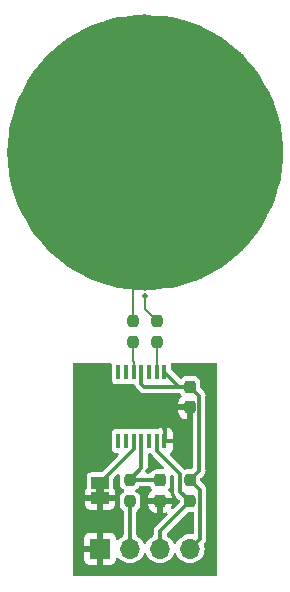
<source format=gbr>
%TF.GenerationSoftware,KiCad,Pcbnew,6.0.2*%
%TF.CreationDate,2022-03-10T12:40:51-05:00*%
%TF.ProjectId,prox-sense-single-mtch105-directional-v0.1-19.05mm-handsolder,70726f78-2d73-4656-9e73-652d73696e67,v0.1*%
%TF.SameCoordinates,Original*%
%TF.FileFunction,Copper,L1,Top*%
%TF.FilePolarity,Positive*%
%FSLAX46Y46*%
G04 Gerber Fmt 4.6, Leading zero omitted, Abs format (unit mm)*
G04 Created by KiCad (PCBNEW 6.0.2) date 2022-03-10 12:40:51*
%MOMM*%
%LPD*%
G01*
G04 APERTURE LIST*
G04 Aperture macros list*
%AMRoundRect*
0 Rectangle with rounded corners*
0 $1 Rounding radius*
0 $2 $3 $4 $5 $6 $7 $8 $9 X,Y pos of 4 corners*
0 Add a 4 corners polygon primitive as box body*
4,1,4,$2,$3,$4,$5,$6,$7,$8,$9,$2,$3,0*
0 Add four circle primitives for the rounded corners*
1,1,$1+$1,$2,$3*
1,1,$1+$1,$4,$5*
1,1,$1+$1,$6,$7*
1,1,$1+$1,$8,$9*
0 Add four rect primitives between the rounded corners*
20,1,$1+$1,$2,$3,$4,$5,0*
20,1,$1+$1,$4,$5,$6,$7,0*
20,1,$1+$1,$6,$7,$8,$9,0*
20,1,$1+$1,$8,$9,$2,$3,0*%
G04 Aperture macros list end*
%TA.AperFunction,EtchedComponent*%
%ADD10C,11.712500*%
%TD*%
%TA.AperFunction,SMDPad,CuDef*%
%ADD11RoundRect,0.237500X0.237500X-0.250000X0.237500X0.250000X-0.237500X0.250000X-0.237500X-0.250000X0*%
%TD*%
%TA.AperFunction,SMDPad,CuDef*%
%ADD12RoundRect,0.237500X-0.237500X0.300000X-0.237500X-0.300000X0.237500X-0.300000X0.237500X0.300000X0*%
%TD*%
%TA.AperFunction,SMDPad,CuDef*%
%ADD13R,0.355600X1.308100*%
%TD*%
%TA.AperFunction,ComponentPad*%
%ADD14R,1.700000X1.700000*%
%TD*%
%TA.AperFunction,ComponentPad*%
%ADD15O,1.700000X1.700000*%
%TD*%
%TA.AperFunction,SMDPad,CuDef*%
%ADD16RoundRect,0.237500X-0.237500X0.250000X-0.237500X-0.250000X0.237500X-0.250000X0.237500X0.250000X0*%
%TD*%
%TA.AperFunction,SMDPad,CuDef*%
%ADD17R,1.500000X1.000000*%
%TD*%
%TA.AperFunction,SMDPad,CuDef*%
%ADD18C,1.000000*%
%TD*%
%TA.AperFunction,ComponentPad*%
%ADD19C,1.000000*%
%TD*%
%TA.AperFunction,ViaPad*%
%ADD20C,0.508000*%
%TD*%
%TA.AperFunction,Conductor*%
%ADD21C,0.152400*%
%TD*%
%TA.AperFunction,Conductor*%
%ADD22C,0.304800*%
%TD*%
G04 APERTURE END LIST*
%TO.C,JP1*%
G36*
X138990000Y-109122500D02*
G01*
X138390000Y-109122500D01*
X138390000Y-108622500D01*
X138990000Y-108622500D01*
X138990000Y-109122500D01*
G37*
%TO.C,U2*%
D10*
X148381243Y-80250004D02*
G75*
G03*
X148381243Y-80250004I-5856250J0D01*
G01*
%TD*%
D11*
%TO.P,R4,1*%
%TO.N,SENSITIVITY*%
X141230000Y-109785000D03*
%TO.P,R4,2*%
%TO.N,Net-(C2-Pad1)*%
X141230000Y-107960000D03*
%TD*%
D12*
%TO.P,C1,1*%
%TO.N,+3V3*%
X146310000Y-100086000D03*
%TO.P,C1,2*%
%TO.N,GND*%
X146310000Y-101811000D03*
%TD*%
D13*
%TO.P,U1,1,VDD*%
%TO.N,+3V3*%
X144150001Y-98856902D03*
%TO.P,U1,2,MTI0*%
%TO.N,Net-(R2-Pad1)*%
X143500000Y-98856902D03*
%TO.P,U1,3,MTI1*%
%TO.N,unconnected-(U1-Pad3)*%
X142849999Y-98856902D03*
%TO.P,U1,4,MTPM*%
%TO.N,+3V3*%
X142200000Y-98856902D03*
%TO.P,U1,5,MTI2/GUARD*%
%TO.N,Net-(R1-Pad1)*%
X141550001Y-98856902D03*
%TO.P,U1,6,MTI3*%
%TO.N,unconnected-(U1-Pad6)*%
X140900000Y-98856902D03*
%TO.P,U1,7,MTI4*%
%TO.N,unconnected-(U1-Pad7)*%
X140250001Y-98856902D03*
%TO.P,U1,8,MTO4*%
%TO.N,unconnected-(U1-Pad8)*%
X140249999Y-104660802D03*
%TO.P,U1,9,MTO3*%
%TO.N,unconnected-(U1-Pad9)*%
X140900000Y-104660802D03*
%TO.P,U1,10,MTO2/GC*%
%TO.N,Net-(JP1-Pad1)*%
X141549999Y-104660802D03*
%TO.P,U1,11,MTSA*%
%TO.N,Net-(C2-Pad1)*%
X142200000Y-104660802D03*
%TO.P,U1,12,MTO1*%
%TO.N,unconnected-(U1-Pad12)*%
X142849999Y-104660802D03*
%TO.P,U1,13,MTO0*%
%TO.N,OUT*%
X143500000Y-104660802D03*
%TO.P,U1,14,VSS*%
%TO.N,GND*%
X144149999Y-104660802D03*
%TD*%
D14*
%TO.P,J1,1,Pin_1*%
%TO.N,GND*%
X138690000Y-113802000D03*
D15*
%TO.P,J1,2,Pin_2*%
%TO.N,SENSITIVITY*%
X141230000Y-113802000D03*
%TO.P,J1,3,Pin_3*%
%TO.N,OUT*%
X143770000Y-113802000D03*
%TO.P,J1,4,Pin_4*%
%TO.N,+3V3*%
X146310000Y-113802000D03*
%TD*%
D11*
%TO.P,R1,1*%
%TO.N,Net-(R1-Pad1)*%
X141500000Y-96323000D03*
%TO.P,R1,2*%
%TO.N,GUARD*%
X141500000Y-94498000D03*
%TD*%
D16*
%TO.P,R3,1*%
%TO.N,+3V3*%
X146310000Y-107960000D03*
%TO.P,R3,2*%
%TO.N,OUT*%
X146310000Y-109785000D03*
%TD*%
D12*
%TO.P,C2,1*%
%TO.N,Net-(C2-Pad1)*%
X143770000Y-108010000D03*
%TO.P,C2,2*%
%TO.N,GND*%
X143770000Y-109735000D03*
%TD*%
D17*
%TO.P,JP1,1,A*%
%TO.N,Net-(JP1-Pad1)*%
X138690000Y-108222500D03*
%TO.P,JP1,2,B*%
%TO.N,GND*%
X138690000Y-109522500D03*
%TD*%
D11*
%TO.P,R2,1*%
%TO.N,Net-(R2-Pad1)*%
X143500000Y-96323000D03*
%TO.P,R2,2*%
%TO.N,SENSE0*%
X143500000Y-94498000D03*
%TD*%
D18*
%TO.P,U2,2,GUARD*%
%TO.N,GUARD*%
X143999994Y-91250005D03*
D19*
X140999994Y-91250005D03*
%TD*%
D20*
%TO.N,SENSE0*%
X142501805Y-92367567D03*
%TO.N,GND*%
X146000000Y-105500000D03*
X142750000Y-101758852D03*
X147750000Y-108000000D03*
X142750000Y-107250000D03*
X137000000Y-99250000D03*
X147750000Y-115250000D03*
X138750000Y-111000000D03*
X146250000Y-111000000D03*
X142750000Y-111000000D03*
X137250000Y-115250000D03*
X137000000Y-105500000D03*
X147750000Y-99250000D03*
%TD*%
D21*
%TO.N,SENSE0*%
X142501805Y-93499805D02*
X143500000Y-94498000D01*
X142501805Y-92367567D02*
X142501805Y-93499805D01*
%TO.N,GUARD*%
X141000000Y-91250000D02*
X141500000Y-91750000D01*
X141500000Y-91750000D02*
X141500000Y-94498000D01*
%TO.N,Net-(R1-Pad1)*%
X141550001Y-97942454D02*
X141500000Y-97892453D01*
X141550001Y-98856902D02*
X141550001Y-97942454D01*
X141500000Y-97892453D02*
X141500000Y-96323000D01*
%TO.N,Net-(R2-Pad1)*%
X143500000Y-98856902D02*
X143500000Y-96323000D01*
D22*
%TO.N,+3V3*%
X146310000Y-100086000D02*
X142430625Y-100086000D01*
X147160000Y-112952000D02*
X147160000Y-108810000D01*
X145379099Y-100086000D02*
X144150001Y-98856902D01*
X146310000Y-100086000D02*
X145379099Y-100086000D01*
X146310000Y-107960000D02*
X147089320Y-107180680D01*
X147089320Y-100865320D02*
X146310000Y-100086000D01*
X142430625Y-100086000D02*
X142200000Y-99855375D01*
X147160000Y-108810000D02*
X146310000Y-107960000D01*
X146310000Y-113802000D02*
X147160000Y-112952000D01*
X147089320Y-107180680D02*
X147089320Y-100865320D01*
X142200000Y-99855375D02*
X142200000Y-98856902D01*
%TO.N,OUT*%
X143770000Y-113802000D02*
X143770000Y-112325000D01*
X143770000Y-112325000D02*
X146310000Y-109785000D01*
X146310000Y-109785000D02*
X145500000Y-108975000D01*
X145500000Y-108975000D02*
X145500000Y-107500000D01*
X145500000Y-107500000D02*
X143500000Y-105500000D01*
X143500000Y-105500000D02*
X143500000Y-104660802D01*
%TO.N,SENSITIVITY*%
X141230000Y-113802000D02*
X141230000Y-109785000D01*
%TO.N,Net-(C2-Pad1)*%
X141230000Y-107960000D02*
X143720000Y-107960000D01*
X142200000Y-104660802D02*
X142200000Y-106990000D01*
X143720000Y-107960000D02*
X143770000Y-108010000D01*
X142200000Y-106990000D02*
X141230000Y-107960000D01*
%TO.N,Net-(JP1-Pad1)*%
X138690000Y-108222500D02*
X141549999Y-105362501D01*
X141549999Y-105362501D02*
X141549999Y-104660802D01*
%TD*%
%TA.AperFunction,Conductor*%
%TO.N,GND*%
G36*
X139632822Y-98070002D02*
G01*
X139679315Y-98123658D01*
X139690701Y-98176000D01*
X139690701Y-99547110D01*
X139701739Y-99622096D01*
X139757714Y-99736103D01*
X139847600Y-99825832D01*
X139961704Y-99881607D01*
X139994485Y-99886389D01*
X140031517Y-99891792D01*
X140031521Y-99891792D01*
X140036043Y-99892452D01*
X140463959Y-99892452D01*
X140468507Y-99891782D01*
X140468514Y-99891782D01*
X140529260Y-99882840D01*
X140529262Y-99882839D01*
X140538945Y-99881414D01*
X140541336Y-99880240D01*
X140608801Y-99880189D01*
X140611703Y-99881607D01*
X140621376Y-99883018D01*
X140621379Y-99883019D01*
X140681516Y-99891792D01*
X140681520Y-99891792D01*
X140686042Y-99892452D01*
X141113958Y-99892452D01*
X141118506Y-99891782D01*
X141118513Y-99891782D01*
X141179259Y-99882840D01*
X141179261Y-99882839D01*
X141188944Y-99881414D01*
X141191335Y-99880240D01*
X141258798Y-99880187D01*
X141261704Y-99881607D01*
X141271381Y-99883019D01*
X141271382Y-99883019D01*
X141331517Y-99891792D01*
X141331521Y-99891792D01*
X141336043Y-99892452D01*
X141556391Y-99892452D01*
X141624512Y-99912454D01*
X141671005Y-99966110D01*
X141677749Y-99984566D01*
X141679766Y-99991791D01*
X141680932Y-100000301D01*
X141684344Y-100008185D01*
X141684345Y-100008189D01*
X141686587Y-100013370D01*
X141693619Y-100034633D01*
X141694910Y-100040136D01*
X141694913Y-100040143D01*
X141696874Y-100048506D01*
X141701011Y-100056032D01*
X141701014Y-100056039D01*
X141717122Y-100085340D01*
X141722343Y-100095997D01*
X141739027Y-100134550D01*
X141747996Y-100145626D01*
X141760481Y-100164208D01*
X141767345Y-100176693D01*
X141774135Y-100184559D01*
X141797793Y-100208217D01*
X141806618Y-100218018D01*
X141831084Y-100248231D01*
X141838085Y-100253206D01*
X141838088Y-100253209D01*
X141845700Y-100258618D01*
X141861807Y-100272230D01*
X142042741Y-100453164D01*
X142046394Y-100456973D01*
X142087104Y-100501245D01*
X142094404Y-100505771D01*
X142094405Y-100505772D01*
X142122816Y-100523388D01*
X142132599Y-100530111D01*
X142166067Y-100555515D01*
X142174049Y-100558675D01*
X142174050Y-100558676D01*
X142176521Y-100559654D01*
X142179314Y-100560760D01*
X142199318Y-100570821D01*
X142211426Y-100578328D01*
X142219675Y-100580725D01*
X142219676Y-100580725D01*
X142251773Y-100590050D01*
X142263002Y-100593895D01*
X142294086Y-100606202D01*
X142294090Y-100606203D01*
X142302074Y-100609364D01*
X142310612Y-100610261D01*
X142310615Y-100610262D01*
X142316241Y-100610853D01*
X142338220Y-100615165D01*
X142345564Y-100617299D01*
X142345566Y-100617299D01*
X142351898Y-100619139D01*
X142358819Y-100619647D01*
X142359954Y-100619731D01*
X142359965Y-100619731D01*
X142362261Y-100619900D01*
X142395715Y-100619900D01*
X142408885Y-100620590D01*
X142439008Y-100623756D01*
X142439009Y-100623756D01*
X142447553Y-100624654D01*
X142456025Y-100623221D01*
X142456027Y-100623221D01*
X142465225Y-100621665D01*
X142486238Y-100619900D01*
X145344189Y-100619900D01*
X145357359Y-100620590D01*
X145387482Y-100623756D01*
X145387483Y-100623756D01*
X145396027Y-100624654D01*
X145404501Y-100623221D01*
X145413079Y-100622951D01*
X145413159Y-100625499D01*
X145470652Y-100632315D01*
X145525443Y-100677464D01*
X145529620Y-100684052D01*
X145556145Y-100728904D01*
X145579506Y-100768405D01*
X145585112Y-100774011D01*
X145589968Y-100780271D01*
X145587649Y-100782070D01*
X145615033Y-100832218D01*
X145609968Y-100903033D01*
X145581085Y-100948018D01*
X145488641Y-101040624D01*
X145479625Y-101052040D01*
X145396088Y-101187563D01*
X145389944Y-101200741D01*
X145339685Y-101352266D01*
X145336819Y-101365632D01*
X145327328Y-101458270D01*
X145327000Y-101464685D01*
X145327000Y-101538885D01*
X145331475Y-101554124D01*
X145332865Y-101555329D01*
X145340548Y-101557000D01*
X146429420Y-101557000D01*
X146497541Y-101577002D01*
X146544034Y-101630658D01*
X146555420Y-101683000D01*
X146555420Y-106907341D01*
X146535418Y-106975462D01*
X146518515Y-106996436D01*
X146460856Y-107054095D01*
X146398544Y-107088121D01*
X146371761Y-107091000D01*
X146028718Y-107091001D01*
X146009982Y-107091001D01*
X145999496Y-107091826D01*
X145981314Y-107093256D01*
X145981312Y-107093256D01*
X145974897Y-107093761D01*
X145948752Y-107101357D01*
X145877756Y-107101154D01*
X145824504Y-107069455D01*
X144646051Y-105891002D01*
X144612025Y-105828690D01*
X144617090Y-105757875D01*
X144659580Y-105701081D01*
X144683525Y-105683135D01*
X144696084Y-105670576D01*
X144772585Y-105568501D01*
X144781123Y-105552906D01*
X144826277Y-105432458D01*
X144829904Y-105417203D01*
X144835430Y-105366338D01*
X144835799Y-105359524D01*
X144835799Y-104856717D01*
X144831324Y-104841478D01*
X144829934Y-104840273D01*
X144822251Y-104838602D01*
X144185300Y-104838602D01*
X144117179Y-104818600D01*
X144070686Y-104764944D01*
X144059300Y-104712602D01*
X144059300Y-104464887D01*
X144327799Y-104464887D01*
X144332274Y-104480126D01*
X144333664Y-104481331D01*
X144341347Y-104483002D01*
X144817683Y-104483002D01*
X144832922Y-104478527D01*
X144834127Y-104477137D01*
X144835798Y-104469454D01*
X144835798Y-103962083D01*
X144835428Y-103955262D01*
X144829904Y-103904400D01*
X144826278Y-103889148D01*
X144781123Y-103768698D01*
X144772585Y-103753103D01*
X144696084Y-103651028D01*
X144683523Y-103638467D01*
X144581448Y-103561966D01*
X144565853Y-103553428D01*
X144445405Y-103508274D01*
X144430150Y-103504647D01*
X144379285Y-103499121D01*
X144372471Y-103498752D01*
X144345914Y-103498752D01*
X144330675Y-103503227D01*
X144329470Y-103504617D01*
X144327799Y-103512300D01*
X144327799Y-104464887D01*
X144059300Y-104464887D01*
X144059300Y-103970594D01*
X144058048Y-103962083D01*
X144049688Y-103905293D01*
X144049687Y-103905291D01*
X144048262Y-103895608D01*
X143992287Y-103781601D01*
X143993121Y-103781191D01*
X143972199Y-103716026D01*
X143972199Y-103516868D01*
X143967724Y-103501629D01*
X143966334Y-103500424D01*
X143958651Y-103498753D01*
X143927530Y-103498753D01*
X143920709Y-103499123D01*
X143869847Y-103504647D01*
X143854595Y-103508273D01*
X143734145Y-103553428D01*
X143718551Y-103561966D01*
X143667698Y-103600078D01*
X143601192Y-103624926D01*
X143592133Y-103625252D01*
X143286042Y-103625252D01*
X143281494Y-103625922D01*
X143281487Y-103625922D01*
X143220741Y-103634864D01*
X143220739Y-103634865D01*
X143211056Y-103636290D01*
X143208665Y-103637464D01*
X143141202Y-103637517D01*
X143138296Y-103636097D01*
X143128619Y-103634685D01*
X143128618Y-103634685D01*
X143068483Y-103625912D01*
X143068479Y-103625912D01*
X143063957Y-103625252D01*
X142636041Y-103625252D01*
X142631493Y-103625922D01*
X142631486Y-103625922D01*
X142570740Y-103634864D01*
X142570738Y-103634865D01*
X142561055Y-103636290D01*
X142558664Y-103637464D01*
X142491199Y-103637515D01*
X142488297Y-103636097D01*
X142478624Y-103634686D01*
X142478621Y-103634685D01*
X142418484Y-103625912D01*
X142418480Y-103625912D01*
X142413958Y-103625252D01*
X141986042Y-103625252D01*
X141981494Y-103625922D01*
X141981487Y-103625922D01*
X141920741Y-103634864D01*
X141920739Y-103634865D01*
X141911056Y-103636290D01*
X141908665Y-103637464D01*
X141841202Y-103637517D01*
X141838296Y-103636097D01*
X141828619Y-103634685D01*
X141828618Y-103634685D01*
X141768483Y-103625912D01*
X141768479Y-103625912D01*
X141763957Y-103625252D01*
X141336041Y-103625252D01*
X141331493Y-103625922D01*
X141331486Y-103625922D01*
X141270740Y-103634864D01*
X141270738Y-103634865D01*
X141261055Y-103636290D01*
X141258664Y-103637464D01*
X141191199Y-103637515D01*
X141188297Y-103636097D01*
X141178624Y-103634686D01*
X141178621Y-103634685D01*
X141118484Y-103625912D01*
X141118480Y-103625912D01*
X141113958Y-103625252D01*
X140686042Y-103625252D01*
X140681494Y-103625922D01*
X140681487Y-103625922D01*
X140620741Y-103634864D01*
X140620739Y-103634865D01*
X140611056Y-103636290D01*
X140608665Y-103637464D01*
X140541202Y-103637517D01*
X140538296Y-103636097D01*
X140528619Y-103634685D01*
X140528618Y-103634685D01*
X140468483Y-103625912D01*
X140468479Y-103625912D01*
X140463957Y-103625252D01*
X140036041Y-103625252D01*
X140031493Y-103625922D01*
X140031486Y-103625922D01*
X139970740Y-103634864D01*
X139970738Y-103634865D01*
X139961055Y-103636290D01*
X139952267Y-103640605D01*
X139952266Y-103640605D01*
X139856396Y-103687675D01*
X139856395Y-103687676D01*
X139847048Y-103692265D01*
X139839691Y-103699635D01*
X139770749Y-103768698D01*
X139757319Y-103782151D01*
X139701544Y-103896255D01*
X139700132Y-103905935D01*
X139691364Y-103966039D01*
X139690699Y-103970594D01*
X139690699Y-105351010D01*
X139701737Y-105425996D01*
X139757712Y-105540003D01*
X139847598Y-105629732D01*
X139961702Y-105685507D01*
X139994483Y-105690289D01*
X140031515Y-105695692D01*
X140031519Y-105695692D01*
X140036041Y-105696352D01*
X140156909Y-105696352D01*
X140225030Y-105716354D01*
X140271523Y-105770010D01*
X140281627Y-105840284D01*
X140252133Y-105904864D01*
X140246004Y-105911447D01*
X138853357Y-107304095D01*
X138791045Y-107338120D01*
X138764262Y-107341000D01*
X137903842Y-107341000D01*
X137899294Y-107341670D01*
X137899287Y-107341670D01*
X137838541Y-107350612D01*
X137838539Y-107350613D01*
X137828856Y-107352038D01*
X137820068Y-107356353D01*
X137820067Y-107356353D01*
X137724197Y-107403423D01*
X137724196Y-107403424D01*
X137714849Y-107408013D01*
X137707492Y-107415383D01*
X137634514Y-107488489D01*
X137625120Y-107497899D01*
X137569345Y-107612003D01*
X137558500Y-107686342D01*
X137558500Y-108642434D01*
X137538498Y-108710555D01*
X137533326Y-108717999D01*
X137495214Y-108768852D01*
X137486676Y-108784446D01*
X137441522Y-108904894D01*
X137437895Y-108920149D01*
X137432369Y-108971014D01*
X137432000Y-108977828D01*
X137432000Y-109250385D01*
X137436475Y-109265624D01*
X137437865Y-109266829D01*
X137445548Y-109268500D01*
X139929884Y-109268500D01*
X139945123Y-109264025D01*
X139946328Y-109262635D01*
X139947999Y-109254952D01*
X139947999Y-108977831D01*
X139947629Y-108971010D01*
X139942105Y-108920148D01*
X139938479Y-108904896D01*
X139893324Y-108784446D01*
X139884786Y-108768852D01*
X139846674Y-108717999D01*
X139821826Y-108651493D01*
X139821500Y-108642434D01*
X139821500Y-107898239D01*
X139841502Y-107830118D01*
X139858405Y-107809144D01*
X140163212Y-107504337D01*
X140225524Y-107470311D01*
X140296339Y-107475376D01*
X140353175Y-107517923D01*
X140377986Y-107584443D01*
X140376504Y-107611560D01*
X140376261Y-107612397D01*
X140375756Y-107618814D01*
X140373693Y-107645022D01*
X140373692Y-107645035D01*
X140373500Y-107647481D01*
X140373501Y-108272518D01*
X140376261Y-108307603D01*
X140419895Y-108457789D01*
X140423929Y-108464610D01*
X140492198Y-108580047D01*
X140499506Y-108592405D01*
X140610095Y-108702994D01*
X140616915Y-108707028D01*
X140616916Y-108707028D01*
X140713329Y-108764046D01*
X140761782Y-108815939D01*
X140774487Y-108885789D01*
X140747412Y-108951421D01*
X140713329Y-108980954D01*
X140610095Y-109042006D01*
X140499506Y-109152595D01*
X140419895Y-109287211D01*
X140417684Y-109294821D01*
X140389493Y-109391854D01*
X140376261Y-109437397D01*
X140375756Y-109443816D01*
X140373693Y-109470022D01*
X140373692Y-109470035D01*
X140373500Y-109472481D01*
X140373501Y-110097518D01*
X140376261Y-110132603D01*
X140419895Y-110282789D01*
X140499506Y-110417405D01*
X140610095Y-110527994D01*
X140616913Y-110532026D01*
X140616918Y-110532030D01*
X140634240Y-110542274D01*
X140682692Y-110594167D01*
X140696100Y-110650727D01*
X140696100Y-112611881D01*
X140676098Y-112680002D01*
X140623349Y-112726076D01*
X140616889Y-112729088D01*
X140616886Y-112729090D01*
X140611898Y-112731416D01*
X140607391Y-112734572D01*
X140607389Y-112734573D01*
X140439894Y-112851854D01*
X140439891Y-112851856D01*
X140435383Y-112855013D01*
X140283013Y-113007383D01*
X140279853Y-113011896D01*
X140277213Y-113015666D01*
X140221757Y-113059995D01*
X140151138Y-113067306D01*
X140087777Y-113035276D01*
X140051791Y-112974075D01*
X140047999Y-112943397D01*
X140047999Y-112907331D01*
X140047629Y-112900510D01*
X140042105Y-112849648D01*
X140038479Y-112834396D01*
X139993324Y-112713946D01*
X139984786Y-112698351D01*
X139908285Y-112596276D01*
X139895724Y-112583715D01*
X139793649Y-112507214D01*
X139778054Y-112498676D01*
X139657606Y-112453522D01*
X139642351Y-112449895D01*
X139591486Y-112444369D01*
X139584672Y-112444000D01*
X138962115Y-112444000D01*
X138946876Y-112448475D01*
X138945671Y-112449865D01*
X138944000Y-112457548D01*
X138944000Y-115141884D01*
X138948475Y-115157123D01*
X138949865Y-115158328D01*
X138957548Y-115159999D01*
X139584669Y-115159999D01*
X139591490Y-115159629D01*
X139642352Y-115154105D01*
X139657604Y-115150479D01*
X139778054Y-115105324D01*
X139793649Y-115096786D01*
X139895724Y-115020285D01*
X139908285Y-115007724D01*
X139984786Y-114905649D01*
X139993324Y-114890054D01*
X140038478Y-114769606D01*
X140042105Y-114754351D01*
X140047631Y-114703486D01*
X140048000Y-114696672D01*
X140048000Y-114660605D01*
X140068002Y-114592484D01*
X140121658Y-114545991D01*
X140191932Y-114535887D01*
X140256512Y-114565381D01*
X140277212Y-114588333D01*
X140283013Y-114596617D01*
X140435383Y-114748987D01*
X140439891Y-114752144D01*
X140439894Y-114752146D01*
X140443045Y-114754352D01*
X140611898Y-114872584D01*
X140616880Y-114874907D01*
X140616885Y-114874910D01*
X140802211Y-114961329D01*
X140807193Y-114963652D01*
X140812501Y-114965074D01*
X140812503Y-114965075D01*
X141010020Y-115017999D01*
X141010022Y-115017999D01*
X141015335Y-115019423D01*
X141230000Y-115038204D01*
X141444665Y-115019423D01*
X141449978Y-115017999D01*
X141449980Y-115017999D01*
X141647497Y-114965075D01*
X141647499Y-114965074D01*
X141652807Y-114963652D01*
X141657789Y-114961329D01*
X141843115Y-114874910D01*
X141843120Y-114874907D01*
X141848102Y-114872584D01*
X142016955Y-114754352D01*
X142020106Y-114752146D01*
X142020109Y-114752144D01*
X142024617Y-114748987D01*
X142176987Y-114596617D01*
X142300584Y-114420102D01*
X142302907Y-114415120D01*
X142302910Y-114415115D01*
X142385805Y-114237346D01*
X142432723Y-114184061D01*
X142501000Y-114164600D01*
X142568960Y-114185142D01*
X142614195Y-114237346D01*
X142697090Y-114415115D01*
X142697093Y-114415120D01*
X142699416Y-114420102D01*
X142823013Y-114596617D01*
X142975383Y-114748987D01*
X142979891Y-114752144D01*
X142979894Y-114752146D01*
X142983045Y-114754352D01*
X143151898Y-114872584D01*
X143156880Y-114874907D01*
X143156885Y-114874910D01*
X143342211Y-114961329D01*
X143347193Y-114963652D01*
X143352501Y-114965074D01*
X143352503Y-114965075D01*
X143550020Y-115017999D01*
X143550022Y-115017999D01*
X143555335Y-115019423D01*
X143770000Y-115038204D01*
X143984665Y-115019423D01*
X143989978Y-115017999D01*
X143989980Y-115017999D01*
X144187497Y-114965075D01*
X144187499Y-114965074D01*
X144192807Y-114963652D01*
X144197789Y-114961329D01*
X144383115Y-114874910D01*
X144383120Y-114874907D01*
X144388102Y-114872584D01*
X144556955Y-114754352D01*
X144560106Y-114752146D01*
X144560109Y-114752144D01*
X144564617Y-114748987D01*
X144716987Y-114596617D01*
X144840584Y-114420102D01*
X144842907Y-114415120D01*
X144842910Y-114415115D01*
X144925805Y-114237346D01*
X144972723Y-114184061D01*
X145041000Y-114164600D01*
X145108960Y-114185142D01*
X145154195Y-114237346D01*
X145237090Y-114415115D01*
X145237093Y-114415120D01*
X145239416Y-114420102D01*
X145363013Y-114596617D01*
X145515383Y-114748987D01*
X145519891Y-114752144D01*
X145519894Y-114752146D01*
X145523045Y-114754352D01*
X145691898Y-114872584D01*
X145696880Y-114874907D01*
X145696885Y-114874910D01*
X145882211Y-114961329D01*
X145887193Y-114963652D01*
X145892501Y-114965074D01*
X145892503Y-114965075D01*
X146090020Y-115017999D01*
X146090022Y-115017999D01*
X146095335Y-115019423D01*
X146310000Y-115038204D01*
X146524665Y-115019423D01*
X146529978Y-115017999D01*
X146529980Y-115017999D01*
X146727497Y-114965075D01*
X146727499Y-114965074D01*
X146732807Y-114963652D01*
X146737789Y-114961329D01*
X146923115Y-114874910D01*
X146923120Y-114874907D01*
X146928102Y-114872584D01*
X147096955Y-114754352D01*
X147100106Y-114752146D01*
X147100109Y-114752144D01*
X147104617Y-114748987D01*
X147256987Y-114596617D01*
X147380584Y-114420102D01*
X147382907Y-114415120D01*
X147382910Y-114415115D01*
X147469329Y-114229789D01*
X147469330Y-114229787D01*
X147471652Y-114224807D01*
X147512030Y-114074115D01*
X147525999Y-114021980D01*
X147525999Y-114021978D01*
X147527423Y-114016665D01*
X147546204Y-113802000D01*
X147527423Y-113587335D01*
X147516883Y-113548000D01*
X147493904Y-113462239D01*
X147495594Y-113391262D01*
X147526516Y-113340533D01*
X147527175Y-113339874D01*
X147530984Y-113336221D01*
X147568918Y-113301339D01*
X147575245Y-113295521D01*
X147597393Y-113259800D01*
X147604097Y-113250045D01*
X147629515Y-113216558D01*
X147634760Y-113203311D01*
X147644822Y-113183305D01*
X147647801Y-113178500D01*
X147652328Y-113171199D01*
X147664055Y-113130837D01*
X147667893Y-113119627D01*
X147683364Y-113080550D01*
X147684262Y-113072008D01*
X147684264Y-113071999D01*
X147684854Y-113066383D01*
X147689165Y-113044405D01*
X147691299Y-113037061D01*
X147691299Y-113037059D01*
X147693139Y-113030727D01*
X147693900Y-113020364D01*
X147693900Y-112986909D01*
X147694590Y-112973739D01*
X147697756Y-112943616D01*
X147698654Y-112935072D01*
X147695665Y-112917400D01*
X147693900Y-112896387D01*
X147693900Y-108824634D01*
X147694011Y-108819357D01*
X147696169Y-108767868D01*
X147696529Y-108759284D01*
X147691803Y-108739135D01*
X147686932Y-108718366D01*
X147684769Y-108706694D01*
X147680234Y-108673584D01*
X147680233Y-108673581D01*
X147679068Y-108665074D01*
X147675657Y-108657192D01*
X147675656Y-108657188D01*
X147673412Y-108652002D01*
X147666379Y-108630739D01*
X147663126Y-108616869D01*
X147642876Y-108580035D01*
X147637660Y-108569387D01*
X147632641Y-108557789D01*
X147620973Y-108530825D01*
X147612010Y-108519756D01*
X147599517Y-108501164D01*
X147595842Y-108494478D01*
X147595836Y-108494469D01*
X147592655Y-108488683D01*
X147588341Y-108483686D01*
X147588338Y-108483681D01*
X147587890Y-108483163D01*
X147585865Y-108480817D01*
X147562211Y-108457163D01*
X147553386Y-108447362D01*
X147534324Y-108423822D01*
X147534323Y-108423821D01*
X147528916Y-108417144D01*
X147521914Y-108412168D01*
X147521912Y-108412166D01*
X147514300Y-108406757D01*
X147498194Y-108393146D01*
X147203405Y-108098357D01*
X147169379Y-108036045D01*
X147166500Y-108009263D01*
X147166499Y-107910740D01*
X147186500Y-107842619D01*
X147203404Y-107821644D01*
X147456483Y-107568565D01*
X147460292Y-107564912D01*
X147498242Y-107530015D01*
X147504565Y-107524201D01*
X147509092Y-107516900D01*
X147526708Y-107488489D01*
X147533431Y-107478706D01*
X147539803Y-107470311D01*
X147558835Y-107445238D01*
X147564080Y-107431991D01*
X147574142Y-107411985D01*
X147581648Y-107399879D01*
X147593370Y-107359532D01*
X147597215Y-107348303D01*
X147609522Y-107317219D01*
X147609523Y-107317215D01*
X147612684Y-107309231D01*
X147614173Y-107295064D01*
X147618485Y-107273085D01*
X147620619Y-107265741D01*
X147620619Y-107265739D01*
X147622459Y-107259407D01*
X147623220Y-107249044D01*
X147623220Y-107215590D01*
X147623910Y-107202420D01*
X147627076Y-107172297D01*
X147627076Y-107172296D01*
X147627974Y-107163752D01*
X147624985Y-107146080D01*
X147623220Y-107125067D01*
X147623220Y-100879954D01*
X147623331Y-100874677D01*
X147625489Y-100823188D01*
X147625849Y-100814604D01*
X147617796Y-100780271D01*
X147616252Y-100773686D01*
X147614089Y-100762014D01*
X147609554Y-100728904D01*
X147609553Y-100728901D01*
X147608388Y-100720394D01*
X147604977Y-100712512D01*
X147604976Y-100712508D01*
X147602732Y-100707322D01*
X147595699Y-100686059D01*
X147592446Y-100672189D01*
X147588310Y-100664666D01*
X147588308Y-100664660D01*
X147572198Y-100635355D01*
X147566977Y-100624698D01*
X147553706Y-100594031D01*
X147553705Y-100594029D01*
X147550293Y-100586145D01*
X147541324Y-100575069D01*
X147528839Y-100556487D01*
X147525156Y-100549788D01*
X147521975Y-100544002D01*
X147515185Y-100536136D01*
X147491527Y-100512478D01*
X147482702Y-100502677D01*
X147463643Y-100479141D01*
X147458236Y-100472464D01*
X147451234Y-100467488D01*
X147451232Y-100467486D01*
X147443621Y-100462077D01*
X147427515Y-100448466D01*
X147203405Y-100224356D01*
X147169379Y-100162044D01*
X147166500Y-100135261D01*
X147166499Y-99725956D01*
X147166499Y-99723482D01*
X147163739Y-99688397D01*
X147120105Y-99538211D01*
X147040494Y-99403595D01*
X146929905Y-99293006D01*
X146795289Y-99213395D01*
X146787679Y-99211184D01*
X146651286Y-99171557D01*
X146651283Y-99171556D01*
X146645103Y-99169761D01*
X146632625Y-99168779D01*
X146612478Y-99167193D01*
X146612465Y-99167192D01*
X146610019Y-99167000D01*
X146310183Y-99167000D01*
X146009982Y-99167001D01*
X146002331Y-99167603D01*
X145981312Y-99169256D01*
X145981309Y-99169257D01*
X145974897Y-99169761D01*
X145824711Y-99213395D01*
X145690095Y-99293006D01*
X145604720Y-99378381D01*
X145542408Y-99412407D01*
X145471593Y-99407342D01*
X145426530Y-99378382D01*
X144746206Y-98698059D01*
X144712181Y-98635746D01*
X144709301Y-98608963D01*
X144709301Y-98176000D01*
X144729303Y-98107879D01*
X144782959Y-98061386D01*
X144835301Y-98050000D01*
X148493000Y-98050000D01*
X148561121Y-98070002D01*
X148607614Y-98123658D01*
X148619000Y-98176000D01*
X148619000Y-115993000D01*
X148598998Y-116061121D01*
X148545342Y-116107614D01*
X148493000Y-116119000D01*
X136507000Y-116119000D01*
X136438879Y-116098998D01*
X136392386Y-116045342D01*
X136381000Y-115993000D01*
X136381000Y-114696669D01*
X137332001Y-114696669D01*
X137332371Y-114703490D01*
X137337895Y-114754352D01*
X137341521Y-114769604D01*
X137386676Y-114890054D01*
X137395214Y-114905649D01*
X137471715Y-115007724D01*
X137484276Y-115020285D01*
X137586351Y-115096786D01*
X137601946Y-115105324D01*
X137722394Y-115150478D01*
X137737649Y-115154105D01*
X137788514Y-115159631D01*
X137795328Y-115160000D01*
X138417885Y-115160000D01*
X138433124Y-115155525D01*
X138434329Y-115154135D01*
X138436000Y-115146452D01*
X138436000Y-114074115D01*
X138431525Y-114058876D01*
X138430135Y-114057671D01*
X138422452Y-114056000D01*
X137350116Y-114056000D01*
X137334877Y-114060475D01*
X137333672Y-114061865D01*
X137332001Y-114069548D01*
X137332001Y-114696669D01*
X136381000Y-114696669D01*
X136381000Y-113529885D01*
X137332000Y-113529885D01*
X137336475Y-113545124D01*
X137337865Y-113546329D01*
X137345548Y-113548000D01*
X138417885Y-113548000D01*
X138433124Y-113543525D01*
X138434329Y-113542135D01*
X138436000Y-113534452D01*
X138436000Y-112462116D01*
X138431525Y-112446877D01*
X138430135Y-112445672D01*
X138422452Y-112444001D01*
X137795331Y-112444001D01*
X137788510Y-112444371D01*
X137737648Y-112449895D01*
X137722396Y-112453521D01*
X137601946Y-112498676D01*
X137586351Y-112507214D01*
X137484276Y-112583715D01*
X137471715Y-112596276D01*
X137395214Y-112698351D01*
X137386676Y-112713946D01*
X137341522Y-112834394D01*
X137337895Y-112849649D01*
X137332369Y-112900514D01*
X137332000Y-112907328D01*
X137332000Y-113529885D01*
X136381000Y-113529885D01*
X136381000Y-110067169D01*
X137432001Y-110067169D01*
X137432371Y-110073990D01*
X137437895Y-110124852D01*
X137441521Y-110140104D01*
X137486676Y-110260554D01*
X137495214Y-110276149D01*
X137571715Y-110378224D01*
X137584276Y-110390785D01*
X137686351Y-110467286D01*
X137701946Y-110475824D01*
X137822394Y-110520978D01*
X137837649Y-110524605D01*
X137888514Y-110530131D01*
X137895328Y-110530500D01*
X138417885Y-110530500D01*
X138433124Y-110526025D01*
X138434329Y-110524635D01*
X138436000Y-110516952D01*
X138436000Y-110512384D01*
X138944000Y-110512384D01*
X138948475Y-110527623D01*
X138949865Y-110528828D01*
X138957548Y-110530499D01*
X139484669Y-110530499D01*
X139491490Y-110530129D01*
X139542352Y-110524605D01*
X139557604Y-110520979D01*
X139678054Y-110475824D01*
X139693649Y-110467286D01*
X139795724Y-110390785D01*
X139808285Y-110378224D01*
X139884786Y-110276149D01*
X139893324Y-110260554D01*
X139938478Y-110140106D01*
X139942105Y-110124851D01*
X139947631Y-110073986D01*
X139948000Y-110067172D01*
X139948000Y-109794615D01*
X139943525Y-109779376D01*
X139942135Y-109778171D01*
X139934452Y-109776500D01*
X138962115Y-109776500D01*
X138946876Y-109780975D01*
X138945671Y-109782365D01*
X138944000Y-109790048D01*
X138944000Y-110512384D01*
X138436000Y-110512384D01*
X138436000Y-109794615D01*
X138431525Y-109779376D01*
X138430135Y-109778171D01*
X138422452Y-109776500D01*
X137450116Y-109776500D01*
X137434877Y-109780975D01*
X137433672Y-109782365D01*
X137432001Y-109790048D01*
X137432001Y-110067169D01*
X136381000Y-110067169D01*
X136381000Y-102157266D01*
X145327000Y-102157266D01*
X145327337Y-102163782D01*
X145337075Y-102257632D01*
X145339968Y-102271028D01*
X145390488Y-102422453D01*
X145396653Y-102435615D01*
X145480426Y-102570992D01*
X145489460Y-102582390D01*
X145602129Y-102694863D01*
X145613540Y-102703875D01*
X145749063Y-102787412D01*
X145762241Y-102793556D01*
X145913766Y-102843815D01*
X145927132Y-102846681D01*
X146019770Y-102856172D01*
X146026185Y-102856500D01*
X146037885Y-102856500D01*
X146053124Y-102852025D01*
X146054329Y-102850635D01*
X146056000Y-102842952D01*
X146056000Y-102083115D01*
X146051525Y-102067876D01*
X146050135Y-102066671D01*
X146042452Y-102065000D01*
X145345115Y-102065000D01*
X145329876Y-102069475D01*
X145328671Y-102070865D01*
X145327000Y-102078548D01*
X145327000Y-102157266D01*
X136381000Y-102157266D01*
X136381000Y-98176000D01*
X136401002Y-98107879D01*
X136454658Y-98061386D01*
X136507000Y-98050000D01*
X139564701Y-98050000D01*
X139632822Y-98070002D01*
G37*
%TD.AperFunction*%
%TA.AperFunction,Conductor*%
G36*
X144835011Y-107590512D02*
G01*
X144841594Y-107596642D01*
X144929195Y-107684243D01*
X144963221Y-107746555D01*
X144966100Y-107773338D01*
X144966100Y-108960366D01*
X144965989Y-108965643D01*
X144963471Y-109025717D01*
X144973068Y-109066632D01*
X144975231Y-109078306D01*
X144977239Y-109092962D01*
X144980932Y-109119926D01*
X144984343Y-109127809D01*
X144984344Y-109127811D01*
X144986587Y-109132995D01*
X144993619Y-109154258D01*
X144994910Y-109159761D01*
X144994913Y-109159768D01*
X144996874Y-109168131D01*
X145001011Y-109175657D01*
X145001014Y-109175664D01*
X145017122Y-109204965D01*
X145022343Y-109215622D01*
X145039027Y-109254175D01*
X145047996Y-109265251D01*
X145060481Y-109283833D01*
X145067345Y-109296318D01*
X145074135Y-109304184D01*
X145097793Y-109327842D01*
X145106618Y-109337643D01*
X145131084Y-109367856D01*
X145138086Y-109372832D01*
X145138088Y-109372834D01*
X145145699Y-109378243D01*
X145161805Y-109391854D01*
X145416595Y-109646644D01*
X145450621Y-109708956D01*
X145453500Y-109735738D01*
X145453501Y-109834260D01*
X145433500Y-109902381D01*
X145416596Y-109923356D01*
X144915030Y-110424922D01*
X144852718Y-110458948D01*
X144781903Y-110453883D01*
X144725067Y-110411336D01*
X144700256Y-110344816D01*
X144706342Y-110296160D01*
X144740315Y-110193734D01*
X144743181Y-110180368D01*
X144752672Y-110087730D01*
X144753000Y-110081315D01*
X144753000Y-110007115D01*
X144748525Y-109991876D01*
X144747135Y-109990671D01*
X144739452Y-109989000D01*
X144042115Y-109989000D01*
X144026876Y-109993475D01*
X144025671Y-109994865D01*
X144024000Y-110002548D01*
X144024000Y-110762385D01*
X144028475Y-110777624D01*
X144029865Y-110778829D01*
X144037548Y-110780500D01*
X144053766Y-110780500D01*
X144060282Y-110780163D01*
X144154132Y-110770425D01*
X144167528Y-110767532D01*
X144268526Y-110733836D01*
X144339475Y-110731252D01*
X144400559Y-110767435D01*
X144432384Y-110830899D01*
X144424845Y-110901495D01*
X144397497Y-110942455D01*
X143402837Y-111937115D01*
X143399028Y-111940768D01*
X143354755Y-111981479D01*
X143350229Y-111988779D01*
X143350228Y-111988780D01*
X143332612Y-112017191D01*
X143325889Y-112026974D01*
X143300485Y-112060442D01*
X143297325Y-112068424D01*
X143297324Y-112068425D01*
X143295241Y-112073687D01*
X143285179Y-112093693D01*
X143277672Y-112105801D01*
X143275275Y-112114050D01*
X143275275Y-112114051D01*
X143265950Y-112146148D01*
X143262105Y-112157377D01*
X143249798Y-112188461D01*
X143249797Y-112188465D01*
X143246636Y-112196449D01*
X143245739Y-112204987D01*
X143245738Y-112204990D01*
X143245147Y-112210616D01*
X143240835Y-112232594D01*
X143236861Y-112246273D01*
X143236100Y-112256636D01*
X143236100Y-112290090D01*
X143235410Y-112303260D01*
X143231346Y-112341928D01*
X143232779Y-112350400D01*
X143232779Y-112350402D01*
X143234335Y-112359600D01*
X143236100Y-112380613D01*
X143236100Y-112611881D01*
X143216098Y-112680002D01*
X143163349Y-112726076D01*
X143156889Y-112729088D01*
X143156886Y-112729090D01*
X143151898Y-112731416D01*
X143147391Y-112734572D01*
X143147389Y-112734573D01*
X142979894Y-112851854D01*
X142979891Y-112851856D01*
X142975383Y-112855013D01*
X142823013Y-113007383D01*
X142819856Y-113011891D01*
X142819854Y-113011894D01*
X142702573Y-113179389D01*
X142699416Y-113183898D01*
X142697093Y-113188880D01*
X142697090Y-113188885D01*
X142614195Y-113366654D01*
X142567277Y-113419939D01*
X142499000Y-113439400D01*
X142431040Y-113418858D01*
X142385805Y-113366654D01*
X142302910Y-113188885D01*
X142302907Y-113188880D01*
X142300584Y-113183898D01*
X142297427Y-113179389D01*
X142180146Y-113011894D01*
X142180144Y-113011891D01*
X142176987Y-113007383D01*
X142024617Y-112855013D01*
X142020109Y-112851856D01*
X142020106Y-112851854D01*
X141852611Y-112734573D01*
X141852609Y-112734572D01*
X141848102Y-112731416D01*
X141843114Y-112729090D01*
X141843111Y-112729088D01*
X141836651Y-112726076D01*
X141783366Y-112679160D01*
X141763900Y-112611881D01*
X141763900Y-110650727D01*
X141783902Y-110582606D01*
X141825760Y-110542274D01*
X141843082Y-110532030D01*
X141843087Y-110532026D01*
X141849905Y-110527994D01*
X141960494Y-110417405D01*
X142040105Y-110282789D01*
X142046565Y-110260554D01*
X142081943Y-110138786D01*
X142081944Y-110138781D01*
X142083739Y-110132603D01*
X142084721Y-110120125D01*
X142086307Y-110099978D01*
X142086308Y-110099965D01*
X142086500Y-110097519D01*
X142086500Y-110081266D01*
X142787000Y-110081266D01*
X142787337Y-110087782D01*
X142797075Y-110181632D01*
X142799968Y-110195028D01*
X142850488Y-110346453D01*
X142856653Y-110359615D01*
X142940426Y-110494992D01*
X142949460Y-110506390D01*
X143062129Y-110618863D01*
X143073540Y-110627875D01*
X143209063Y-110711412D01*
X143222241Y-110717556D01*
X143373766Y-110767815D01*
X143387132Y-110770681D01*
X143479770Y-110780172D01*
X143486185Y-110780500D01*
X143497885Y-110780500D01*
X143513124Y-110776025D01*
X143514329Y-110774635D01*
X143516000Y-110766952D01*
X143516000Y-110007115D01*
X143511525Y-109991876D01*
X143510135Y-109990671D01*
X143502452Y-109989000D01*
X142805115Y-109989000D01*
X142789876Y-109993475D01*
X142788671Y-109994865D01*
X142787000Y-110002548D01*
X142787000Y-110081266D01*
X142086500Y-110081266D01*
X142086499Y-109472482D01*
X142083739Y-109437397D01*
X142040105Y-109287211D01*
X141960494Y-109152595D01*
X141849905Y-109042006D01*
X141746671Y-108980954D01*
X141698218Y-108929061D01*
X141685513Y-108859211D01*
X141712588Y-108793579D01*
X141746671Y-108764046D01*
X141843084Y-108707028D01*
X141843085Y-108707028D01*
X141849905Y-108702994D01*
X141960494Y-108592405D01*
X141967803Y-108580047D01*
X141982165Y-108555761D01*
X142034058Y-108507308D01*
X142090619Y-108493900D01*
X142850563Y-108493900D01*
X142918684Y-108513902D01*
X142957274Y-108559339D01*
X142959895Y-108557789D01*
X142994835Y-108616869D01*
X143039506Y-108692405D01*
X143045112Y-108698011D01*
X143049968Y-108704271D01*
X143047649Y-108706070D01*
X143075033Y-108756218D01*
X143069968Y-108827033D01*
X143041085Y-108872018D01*
X142948641Y-108964624D01*
X142939625Y-108976040D01*
X142856088Y-109111563D01*
X142849944Y-109124741D01*
X142799685Y-109276266D01*
X142796819Y-109289632D01*
X142787328Y-109382270D01*
X142787000Y-109388685D01*
X142787000Y-109462885D01*
X142791475Y-109478124D01*
X142792865Y-109479329D01*
X142800548Y-109481000D01*
X144734885Y-109481000D01*
X144750124Y-109476525D01*
X144751329Y-109475135D01*
X144753000Y-109467452D01*
X144753000Y-109388734D01*
X144752663Y-109382218D01*
X144742925Y-109288368D01*
X144740032Y-109274972D01*
X144689512Y-109123547D01*
X144683347Y-109110385D01*
X144599574Y-108975008D01*
X144590540Y-108963610D01*
X144499007Y-108872237D01*
X144464928Y-108809955D01*
X144469931Y-108739135D01*
X144491556Y-108705453D01*
X144490032Y-108704271D01*
X144494888Y-108698011D01*
X144500494Y-108692405D01*
X144580105Y-108557789D01*
X144593693Y-108511019D01*
X144621943Y-108413786D01*
X144621944Y-108413783D01*
X144623739Y-108407603D01*
X144624877Y-108393146D01*
X144626307Y-108374978D01*
X144626308Y-108374965D01*
X144626500Y-108372519D01*
X144626499Y-107685737D01*
X144646501Y-107617616D01*
X144700157Y-107571123D01*
X144770430Y-107561019D01*
X144835011Y-107590512D01*
G37*
%TD.AperFunction*%
%TA.AperFunction,Conductor*%
G36*
X146568220Y-110674001D02*
G01*
X146614713Y-110727656D01*
X146626100Y-110779999D01*
X146626100Y-112455946D01*
X146606098Y-112524067D01*
X146552442Y-112570560D01*
X146489118Y-112581467D01*
X146315475Y-112566275D01*
X146310000Y-112565796D01*
X146095335Y-112584577D01*
X146090022Y-112586001D01*
X146090020Y-112586001D01*
X145892503Y-112638925D01*
X145892501Y-112638926D01*
X145887193Y-112640348D01*
X145882213Y-112642670D01*
X145882211Y-112642671D01*
X145696885Y-112729090D01*
X145696880Y-112729093D01*
X145691898Y-112731416D01*
X145687391Y-112734572D01*
X145687389Y-112734573D01*
X145519894Y-112851854D01*
X145519891Y-112851856D01*
X145515383Y-112855013D01*
X145363013Y-113007383D01*
X145359856Y-113011891D01*
X145359854Y-113011894D01*
X145242573Y-113179389D01*
X145239416Y-113183898D01*
X145237093Y-113188880D01*
X145237090Y-113188885D01*
X145154195Y-113366654D01*
X145107277Y-113419939D01*
X145039000Y-113439400D01*
X144971040Y-113418858D01*
X144925805Y-113366654D01*
X144842910Y-113188885D01*
X144842907Y-113188880D01*
X144840584Y-113183898D01*
X144837427Y-113179389D01*
X144720146Y-113011894D01*
X144720144Y-113011891D01*
X144716987Y-113007383D01*
X144564617Y-112855013D01*
X144560109Y-112851856D01*
X144560106Y-112851854D01*
X144392611Y-112734573D01*
X144392609Y-112734572D01*
X144388102Y-112731416D01*
X144383114Y-112729090D01*
X144383111Y-112729088D01*
X144376651Y-112726076D01*
X144323366Y-112679160D01*
X144303900Y-112611881D01*
X144303900Y-112598339D01*
X144323902Y-112530218D01*
X144340805Y-112509244D01*
X146159144Y-110690905D01*
X146221456Y-110656879D01*
X146248238Y-110654000D01*
X146329322Y-110654000D01*
X146500100Y-110653999D01*
X146568220Y-110674001D01*
G37*
%TD.AperFunction*%
%TA.AperFunction,Conductor*%
G36*
X142988541Y-105716354D02*
G01*
X143029707Y-105764832D01*
X143031168Y-105763947D01*
X143035614Y-105771289D01*
X143039027Y-105779175D01*
X143047996Y-105790251D01*
X143060481Y-105808833D01*
X143067345Y-105821318D01*
X143074135Y-105829184D01*
X143097793Y-105852842D01*
X143106618Y-105862643D01*
X143131084Y-105892856D01*
X143138086Y-105897832D01*
X143138088Y-105897834D01*
X143145699Y-105903243D01*
X143161799Y-105916848D01*
X144120859Y-106875907D01*
X144154882Y-106938217D01*
X144149818Y-107009032D01*
X144107271Y-107065868D01*
X144040751Y-107090679D01*
X144031762Y-107091000D01*
X143506428Y-107091001D01*
X143469982Y-107091001D01*
X143462331Y-107091603D01*
X143441312Y-107093256D01*
X143441309Y-107093257D01*
X143434897Y-107093761D01*
X143284711Y-107137395D01*
X143150095Y-107217006D01*
X143039506Y-107327595D01*
X143035473Y-107334415D01*
X143035472Y-107334416D01*
X143017835Y-107364239D01*
X142965942Y-107412692D01*
X142909381Y-107426100D01*
X142787000Y-107426100D01*
X142718879Y-107406098D01*
X142672386Y-107352442D01*
X142662282Y-107282168D01*
X142669848Y-107253716D01*
X142670200Y-107252828D01*
X142674760Y-107241311D01*
X142684822Y-107221305D01*
X142692328Y-107209199D01*
X142704050Y-107168852D01*
X142707895Y-107157623D01*
X142720202Y-107126539D01*
X142720203Y-107126535D01*
X142723364Y-107118551D01*
X142724853Y-107104384D01*
X142729165Y-107082405D01*
X142731299Y-107075061D01*
X142731299Y-107075059D01*
X142733139Y-107068727D01*
X142733900Y-107058364D01*
X142733900Y-107024910D01*
X142734590Y-107011740D01*
X142737756Y-106981617D01*
X142737756Y-106981616D01*
X142738654Y-106973072D01*
X142735665Y-106955400D01*
X142733900Y-106934387D01*
X142733900Y-105822352D01*
X142753902Y-105754231D01*
X142807558Y-105707738D01*
X142859900Y-105696352D01*
X142920420Y-105696352D01*
X142988541Y-105716354D01*
G37*
%TD.AperFunction*%
%TD*%
M02*

</source>
